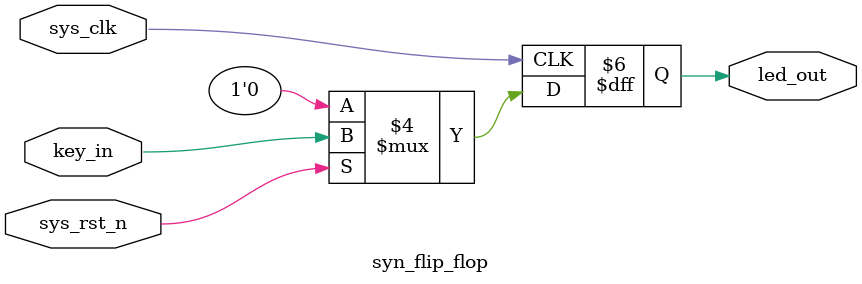
<source format=v>
module syn_flip_flop
(
input wire sys_clk , 
input wire sys_rst_n, 
 input wire key_in ,
 
 output reg led_out 
 );

 
 always@(posedge sys_clk ) begin

         if(sys_rst_n == 1'b0) begin
          led_out <= 1'b0; 
            end
              else begin
                led_out <= key_in;
                  end
end
 endmodule

</source>
